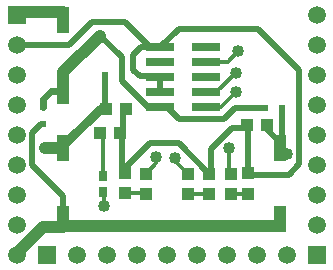
<source format=gbr>
G04 DipTrace 3.1.0.1*
G04 Bottom.gbr*
%MOIN*%
G04 #@! TF.FileFunction,Copper,L2,Bot*
G04 #@! TF.Part,Single*
G04 #@! TA.AperFunction,Conductor*
%ADD13C,0.012992*%
%ADD14C,0.019685*%
%ADD15C,0.031496*%
%ADD16C,0.03937*%
%ADD17C,0.023622*%
%ADD23R,0.094488X0.029921*%
G04 #@! TA.AperFunction,ComponentPad*
%ADD24R,0.059055X0.059055*%
%ADD25C,0.059055*%
%ADD26R,0.043307X0.03937*%
%ADD27R,0.03937X0.09*%
%ADD28R,0.019685X0.023622*%
%ADD29R,0.023622X0.019685*%
%ADD30R,0.03937X0.043307*%
%ADD31R,0.027559X0.035433*%
G04 #@! TA.AperFunction,ViaPad*
%ADD32C,0.04*%
%FSLAX26Y26*%
G04*
G70*
G90*
G75*
G01*
G04 Bottom*
%LPD*%
X1075197Y1090551D2*
D13*
X1147638D1*
X1183465Y1126378D1*
X972047Y771654D2*
Y762205D1*
X1015748Y718504D1*
X921654Y1140551D2*
D14*
X858661D1*
X832677Y1114567D1*
Y1064173D1*
X853937Y1042913D1*
X919291D1*
X921654Y1040551D1*
Y990551D1*
X444882Y1148819D2*
X620472D1*
X694488Y1222835D1*
X806693D1*
X888976Y1140551D1*
X921654D1*
X1210630Y879528D2*
X1214173Y875984D1*
Y719685D1*
X804331Y720472D2*
X796457D1*
Y845669D1*
X787795Y854331D1*
X798031D1*
Y923228D1*
X809055Y934252D1*
X1214173Y719685D2*
Y713780D1*
X1350787D1*
X1386614Y749606D1*
Y1065354D1*
X1249213Y1202756D1*
X985433D1*
X923228Y1140551D1*
X921654D1*
X1210630Y879528D2*
Y870079D1*
X1160630D1*
X1092520Y801969D1*
Y724803D1*
X1087008Y719291D1*
X985827Y820472D1*
X888976D1*
X800394Y731890D1*
Y720472D1*
X804331D1*
X921654Y940551D2*
X882677D1*
X795276Y1027953D1*
Y1048819D1*
X1272835Y936220D2*
X1172835D1*
X1137008Y900394D1*
X987008D1*
X946850Y940551D1*
X921654D1*
X795276Y1048819D2*
Y1106299D1*
X722441Y1179134D1*
D16*
X600000Y1056693D1*
Y995669D1*
X531496Y940551D2*
D17*
Y969291D1*
X557874Y995669D1*
X600000D1*
X1153543Y804724D2*
D13*
Y718504D1*
X1157480D1*
X909843Y773228D2*
Y754331D1*
X874016Y718504D1*
X734646Y611811D2*
Y657087D1*
X732283Y659449D1*
X600000Y1231890D2*
D16*
Y1256693D1*
X444882D1*
Y1248819D1*
X1075197Y990551D2*
D13*
X1109843D1*
X1174016Y1054724D1*
X1075197Y940551D2*
X1124409D1*
X1175984Y992126D1*
X600000Y566929D2*
D16*
Y542520D1*
X532677D1*
X438976Y448819D1*
X444882D1*
X1323622Y566929D2*
Y543701D1*
X600000D1*
X531496Y885433D2*
D14*
X526378D1*
X496457Y855512D1*
Y748425D1*
X600000Y644882D1*
Y566929D1*
X732283Y710630D2*
D13*
Y842913D1*
X720866Y854331D1*
X740157Y1048819D2*
D14*
Y936220D1*
X742126Y934252D1*
X600000Y803150D2*
D16*
X538583D1*
X537795Y803937D1*
X600000Y803150D2*
D15*
Y813386D1*
X720866Y934252D1*
X742126D1*
X1323622Y803150D2*
D14*
X1327953D1*
Y936220D1*
X1323622Y803150D2*
D13*
X1327559D1*
X1344882Y785827D1*
X1323622Y803150D2*
D14*
Y820079D1*
X1277559Y866142D1*
Y879528D1*
X804331Y653543D2*
D13*
X872047D1*
X874016Y651575D1*
X1087008Y652362D2*
X1016535D1*
X1015748Y651575D1*
X1214173Y652756D2*
X1158661D1*
X1157480Y651575D1*
D32*
X722441Y1179134D3*
X1175984Y992126D3*
X1174016Y1054724D3*
X1183465Y1126378D3*
X537795Y803937D3*
X1344882Y785827D3*
X734646Y611811D3*
X909843Y773228D3*
X972047Y771654D3*
X1153543Y804724D3*
D23*
X921654Y1040551D3*
Y1090551D3*
Y1140551D3*
Y990551D3*
Y940551D3*
X1075197Y1040551D3*
Y1090551D3*
Y1140551D3*
Y990551D3*
Y940551D3*
D24*
X1444882Y448819D3*
D25*
Y548819D3*
Y648819D3*
Y748819D3*
Y848819D3*
Y948819D3*
Y1048819D3*
Y1148819D3*
Y1248819D3*
D24*
X444882D3*
D25*
Y1148819D3*
Y1048819D3*
Y948819D3*
Y848819D3*
Y748819D3*
Y648819D3*
Y548819D3*
Y448819D3*
D24*
X544882D3*
D25*
X644882D3*
X744882D3*
X844882D3*
X944882D3*
X1044882D3*
X1144882D3*
X1244882D3*
X1344882D3*
D26*
X809055Y934252D3*
X742126D3*
X1210630Y879528D3*
X1277559D3*
D27*
X1323622Y566929D3*
Y803150D3*
D28*
X740157Y1048819D3*
X795276D3*
X1327953Y936220D3*
X1272835D3*
D29*
X531496Y940551D3*
Y885433D3*
D30*
X874016Y651575D3*
Y718504D3*
X1015748Y651575D3*
Y718504D3*
X1157480Y651575D3*
Y718504D3*
D26*
X787795Y854331D3*
X720866D3*
D30*
X804331Y720472D3*
Y653543D3*
X1087008Y719291D3*
Y652362D3*
X1214173Y719685D3*
Y652756D3*
D31*
X732283Y710630D3*
Y659449D3*
D27*
X600000Y566929D3*
Y803150D3*
Y1231890D3*
Y995669D3*
M02*

</source>
